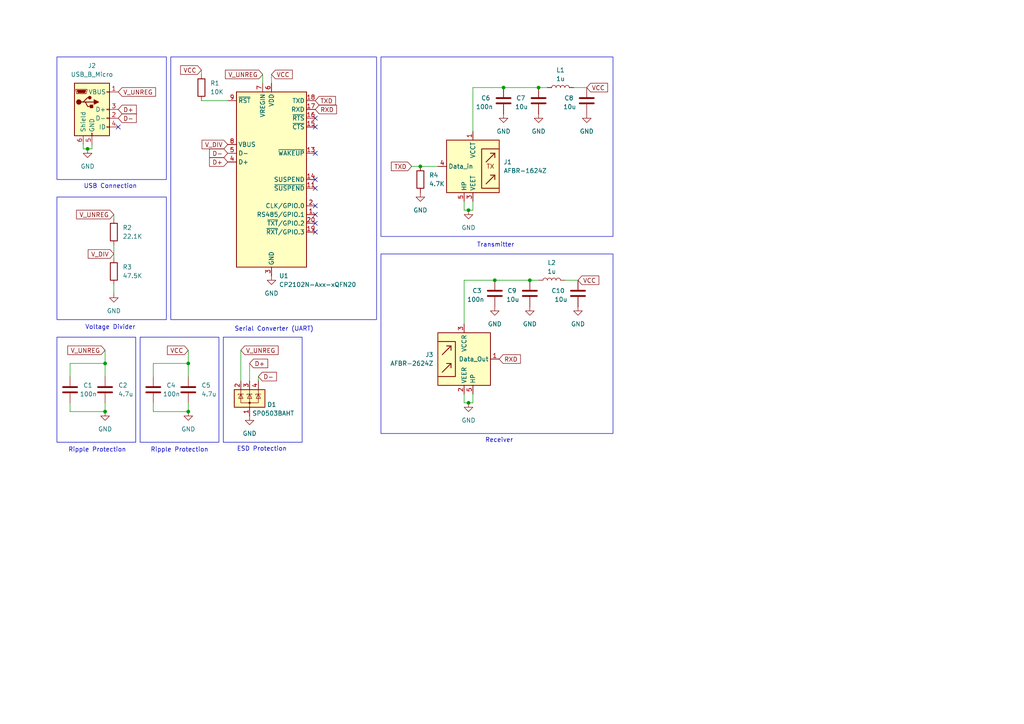
<source format=kicad_sch>
(kicad_sch (version 20250114) (generator "eeschema") (generator_version "9.0")
  (paper "A4")
  (lib_symbols
    (symbol "Connector:USB_B_Micro" (pin_names (offset 1.016))
      (property "Reference" "J" (at -5.08 11.43 0))
      (property "Value" "USB_B_Micro" (at -5.08 8.89 0))
      (symbol "USB_B_Micro_0_1"
        (rectangle (start -5.08 -7.62) (end 5.08 7.62) (stroke (width 0.254)) (fill (type background)))
        (polyline (pts (xy -4.699 5.842) (xy -4.699 5.588) (xy -4.445 4.826) (xy -4.445 4.572) (xy -1.651 4.572) (xy -1.651 4.826) (xy -1.397 5.588) (xy -1.397 5.842) (xy -4.699 5.842)))
        (polyline (pts (xy -4.318 5.588) (xy -1.778 5.588) (xy -2.032 4.826) (xy -4.064 4.826) (xy -4.318 5.588)) (fill (type outline)))
        (circle (center -3.81 2.159) (radius 0.635) (stroke (width 0.254)) (fill (type outline)))
        (polyline (pts (xy -3.175 2.159) (xy -2.54 2.159) (xy -1.27 3.429) (xy -0.635 3.429)) (stroke (width 0.254)))
        (polyline (pts (xy -2.54 2.159) (xy -1.905 2.159) (xy -1.27 0.889) (xy 0 0.889)) (stroke (width 0.254)))
        (polyline (pts (xy -1.905 2.159) (xy 0.635 2.159)) (stroke (width 0.254)))
        (circle (center -0.635 3.429) (radius 0.381) (stroke (width 0.254)) (fill (type outline)))
        (rectangle (start -0.127 -7.62) (end 0.127 -6.858))
        (rectangle (start 0.254 1.27) (end -0.508 0.508) (stroke (width 0.254)) (fill (type outline)))
        (polyline (pts (xy 0.635 2.794) (xy 0.635 1.524) (xy 1.905 2.159) (xy 0.635 2.794)) (stroke (width 0.254)) (fill (type outline)))
        (rectangle (start 5.08 4.953) (end 4.318 5.207))
        (rectangle (start 5.08 -0.127) (end 4.318 0.127))
        (rectangle (start 5.08 -2.667) (end 4.318 -2.413))
        (rectangle (start 5.08 -5.207) (end 4.318 -4.953))
      )
      (symbol "USB_B_Micro_1_1"
        (pin passive line (at -2.54 -10.16 90) (length 2.54) (name "Shield") (number "6"))
        (pin power_out line (at 0 -10.16 90) (length 2.54) (name "GND") (number "5"))
        (pin power_out line (at 7.62 5.08 180) (length 2.54) (name "VBUS") (number "1"))
        (pin bidirectional line (at 7.62 0 180) (length 2.54) (name "D+") (number "3"))
        (pin bidirectional line (at 7.62 -2.54 180) (length 2.54) (name "D-") (number "2"))
        (pin passive line (at 7.62 -5.08 180) (length 2.54) (name "ID") (number "4"))
      )
    )
    (symbol "Device:C" (pin_numbers (hide yes)) (pin_names (offset 0.254))
      (property "Reference" "C" (at 0.635 2.54 0))
      (property "Value" "C" (at 0.635 -2.54 0))
      (symbol "C_0_1"
        (polyline (pts (xy -2.032 0.762) (xy 2.032 0.762)) (stroke (width 0.508)))
        (polyline (pts (xy -2.032 -0.762) (xy 2.032 -0.762)) (stroke (width 0.508)))
      )
      (symbol "C_1_1"
        (pin passive line (at 0 3.81 270) (length 2.794) (name "~") (number "1"))
        (pin passive line (at 0 -3.81 90) (length 2.794) (name "~") (number "2"))
      )
    )
    (symbol "Device:L" (pin_numbers (hide yes)) (pin_names (offset 1.016) (hide yes))
      (property "Reference" "L" (at -1.27 0 90))
      (property "Value" "L" (at 1.905 0 90))
      (symbol "L_0_1"
        (arc (start 0 2.54) (mid 0.6323 1.905) (end 0 1.27))
        (arc (start 0 1.27) (mid 0.6323 0.635) (end 0 0))
        (arc (start 0 0) (mid 0.6323 -0.635) (end 0 -1.27))
        (arc (start 0 -1.27) (mid 0.6323 -1.905) (end 0 -2.54))
      )
      (symbol "L_1_1"
        (pin passive line (at 0 3.81 270) (length 1.27) (name "1") (number "1"))
        (pin passive line (at 0 -3.81 90) (length 1.27) (name "2") (number "2"))
      )
    )
    (symbol "Device:R" (pin_numbers (hide yes)) (pin_names (offset 0))
      (property "Reference" "R" (at 2.032 0 90))
      (property "Value" "R" (at 0 0 90))
      (symbol "R_0_1"
        (rectangle (start -1.016 -2.54) (end 1.016 2.54) (stroke (width 0.254)))
      )
      (symbol "R_1_1"
        (pin passive line (at 0 3.81 270) (length 1.27) (name "~") (number "1"))
        (pin passive line (at 0 -3.81 90) (length 1.27) (name "~") (number "2"))
      )
    )
    (symbol "Fiber_Optic:AFBR-1624Z"
      (property "Reference" "J" (at -7.62 8.89 0))
      (property "Value" "AFBR-1624Z" (at 1.27 8.89 0))
      (symbol "AFBR-1624Z_0_0"
        (text "TX" (at 5.08 0 0) (effects (font (size 1.27 1.27))))
      )
      (symbol "AFBR-1624Z_0_1"
        (rectangle (start -7.62 7.62) (end 7.62 -7.62) (stroke (width 0.254)) (fill (type background)))
        (polyline (pts (xy 6.35 3.81) (xy 3.81 1.27)) (stroke (width 0.254)))
        (polyline (pts (xy 6.35 3.81) (xy 5.08 3.81)) (stroke (width 0.254)))
        (polyline (pts (xy 6.35 3.81) (xy 6.35 2.54)) (stroke (width 0.254)))
        (polyline (pts (xy 6.35 -2.54) (xy 3.81 -5.08)) (stroke (width 0.254)))
        (polyline (pts (xy 6.35 -2.54) (xy 5.08 -2.54)) (stroke (width 0.254)))
        (polyline (pts (xy 6.35 -2.54) (xy 6.35 -3.81)) (stroke (width 0.254)))
        (polyline (pts (xy 7.62 5.08) (xy 2.54 5.08) (xy 2.54 -1.27) (xy 2.54 -6.35) (xy 7.62 -6.35)) (stroke (width 0.254)))
      )
      (symbol "AFBR-1624Z_1_1"
        (pin input line (at -10.16 0 0) (length 2.54) (name "Data_in") (number "4"))
        (pin no_connect line (at -7.62 5.08 0) (length 2.54) (hide yes) (name "NC") (number "2"))
        (pin passive line (at -2.54 -10.16 90) (length 2.54) (name "HP") (number "5"))
        (pin passive line (at -2.54 -10.16 90) (length 2.54) (hide yes) (name "HP") (number "8"))
        (pin power_in line (at 0 10.16 270) (length 2.54) (name "VCCT") (number "1"))
        (pin power_in line (at 0 -10.16 90) (length 2.54) (name "VEET") (number "3"))
      )
    )
    (symbol "Fiber_Optic:AFBR-2624Z"
      (property "Reference" "J" (at -6.35 8.89 0))
      (property "Value" "AFBR-2624Z" (at 1.27 8.89 0))
      (symbol "AFBR-2624Z_0_1"
        (rectangle (start -7.62 7.62) (end 7.62 -7.62) (stroke (width 0.254)) (fill (type background)))
        (polyline (pts (xy -7.62 5.08) (xy -2.54 5.08) (xy -2.54 -5.08) (xy -7.62 -5.08)) (stroke (width 0.254)))
        (polyline (pts (xy -3.81 3.81) (xy -6.35 1.27)) (stroke (width 0.254)))
        (polyline (pts (xy -3.81 3.81) (xy -5.08 3.81)) (stroke (width 0.254)))
        (polyline (pts (xy -3.81 3.81) (xy -3.81 2.54)) (stroke (width 0.254)))
        (polyline (pts (xy -3.81 -1.27) (xy -6.35 -3.81)) (stroke (width 0.254)))
        (polyline (pts (xy -3.81 -1.27) (xy -5.08 -1.27)) (stroke (width 0.254)))
        (polyline (pts (xy -3.81 -1.27) (xy -3.81 -2.54)) (stroke (width 0.254)))
      )
      (symbol "AFBR-2624Z_1_1"
        (pin power_in line (at 0 10.16 270) (length 2.54) (name "VCCR") (number "3"))
        (pin power_in line (at 0 -10.16 90) (length 2.54) (name "VEER") (number "2"))
        (pin passive line (at 2.54 -10.16 90) (length 2.54) (name "HP") (number "5"))
        (pin passive line (at 2.54 -10.16 90) (length 2.54) (hide yes) (name "HP") (number "8"))
        (pin no_connect line (at 7.62 5.08 180) (length 2.54) (hide yes) (name "NC") (number "4"))
        (pin output line (at 10.16 0 180) (length 2.54) (name "Data_Out") (number "1"))
      )
    )
    (symbol "Interface_USB:CP2102N-Axx-xQFN20"
      (property "Reference" "U" (at -8.89 26.67 0))
      (property "Value" "CP2102N-Axx-xQFN20" (at 12.7 26.67 0))
      (symbol "CP2102N-Axx-xQFN20_0_1"
        (rectangle (start -10.16 25.4) (end 10.16 -25.4) (stroke (width 0.254)) (fill (type background)))
      )
      (symbol "CP2102N-Axx-xQFN20_1_1"
        (pin input line (at -12.7 22.86 0) (length 2.54) (name "~{RST}") (number "9"))
        (pin input line (at -12.7 10.16 0) (length 2.54) (name "VBUS") (number "8"))
        (pin bidirectional line (at -12.7 7.62 0) (length 2.54) (name "D-") (number "5"))
        (pin bidirectional line (at -12.7 5.08 0) (length 2.54) (name "D+") (number "4"))
        (pin no_connect line (at -10.16 -22.86 0) (length 2.54) (hide yes) (name "NC") (number "10"))
        (pin power_in line (at -2.54 27.94 270) (length 2.54) (name "VREGIN") (number "7"))
        (pin power_in line (at 0 27.94 270) (length 2.54) (name "VDD") (number "6"))
        (pin passive line (at 0 -27.94 90) (length 2.54) (hide yes) (name "GND") (number "12"))
        (pin passive line (at 0 -27.94 90) (length 2.54) (hide yes) (name "GND") (number "21"))
        (pin power_in line (at 0 -27.94 90) (length 2.54) (name "GND") (number "3"))
        (pin output line (at 12.7 22.86 180) (length 2.54) (name "TXD") (number "18"))
        (pin input line (at 12.7 20.32 180) (length 2.54) (name "RXD") (number "17"))
        (pin output line (at 12.7 17.78 180) (length 2.54) (name "~{RTS}") (number "16"))
        (pin input line (at 12.7 15.24 180) (length 2.54) (name "~{CTS}") (number "15"))
        (pin input line (at 12.7 7.62 180) (length 2.54) (name "~{WAKEUP}") (number "13"))
        (pin output line (at 12.7 0 180) (length 2.54) (name "SUSPEND") (number "14"))
        (pin output line (at 12.7 -2.54 180) (length 2.54) (name "~{SUSPEND}") (number "11"))
        (pin bidirectional line (at 12.7 -7.62 180) (length 2.54) (name "CLK/GPIO.0") (number "2"))
        (pin bidirectional line (at 12.7 -10.16 180) (length 2.54) (name "RS485/GPIO.1") (number "1"))
        (pin bidirectional line (at 12.7 -12.7 180) (length 2.54) (name "~{TXT}/GPIO.2") (number "20"))
        (pin bidirectional line (at 12.7 -15.24 180) (length 2.54) (name "~{RXT}/GPIO.3") (number "19"))
      )
    )
    (symbol "Power_Protection:SP0503BAHT" (pin_names (hide yes))
      (property "Reference" "D" (at 5.715 2.54 0))
      (property "Value" "SP0503BAHT" (at 5.715 0.635 0))
      (symbol "SP0503BAHT_0_0"
        (pin passive line (at 0 -5.08 90) (length 2.54) (name "A") (number "1"))
      )
      (symbol "SP0503BAHT_0_1"
        (rectangle (start -4.445 2.54) (end 4.445 -2.54) (stroke (width 0.254)) (fill (type background)))
        (polyline (pts (xy -3.302 1.016) (xy -3.302 1.27) (xy -1.905 1.27) (xy -1.778 1.27)))
        (polyline (pts (xy -2.54 2.54) (xy -2.54 1.27)))
        (polyline (pts (xy -2.54 1.27) (xy -2.54 -1.27) (xy 2.54 -1.27) (xy 2.54 1.27)))
        (polyline (pts (xy -2.54 1.27) (xy -1.905 0) (xy -3.175 0) (xy -2.54 1.27)))
        (polyline (pts (xy 0 2.54) (xy 0 1.27)))
        (polyline (pts (xy 0 -1.27) (xy 0 1.27)))
        (polyline (pts (xy 0 -1.27) (xy 0 -2.54)))
        (circle (center 0 -1.27) (radius 0.254) (fill (type outline)))
        (polyline (pts (xy 0.635 1.27) (xy 0.762 1.27)))
        (polyline (pts (xy 0.635 1.27) (xy -0.762 1.27) (xy -0.762 1.016)))
        (polyline (pts (xy 0.635 0) (xy -0.635 0) (xy 0 1.27) (xy 0.635 0)))
        (polyline (pts (xy 1.778 1.016) (xy 1.778 1.27) (xy 3.175 1.27) (xy 3.302 1.27)))
        (polyline (pts (xy 2.54 2.54) (xy 2.54 1.27)))
        (polyline (pts (xy 2.54 1.27) (xy 1.905 0) (xy 3.175 0) (xy 2.54 1.27)))
      )
      (symbol "SP0503BAHT_1_1"
        (pin passive line (at -2.54 5.08 270) (length 2.54) (name "K") (number "2"))
        (pin passive line (at 0 5.08 270) (length 2.54) (name "K") (number "3"))
        (pin passive line (at 2.54 5.08 270) (length 2.54) (name "K") (number "4"))
      )
    )
    (symbol "power:GND" (power) (pin_numbers (hide yes)) (pin_names (offset 0) (hide yes))
      (property "Value" "GND" (at 0 -3.81 0))
      (symbol "GND_0_1"
        (polyline (pts (xy 0 0) (xy 0 -1.27) (xy 1.27 -1.27) (xy 0 -2.54) (xy -1.27 -1.27) (xy 0 -1.27)))
      )
      (symbol "GND_1_1"
        (pin power_in line (at 0 0 270) (length 0) (name "~") (number "1"))
      )
    )
  )
  (rectangle (start 110.49 16.51) (end 177.8 68.58))
  (rectangle (start 64.77 97.79) (end 87.63 128.27))
  (rectangle (start 110.49 73.66) (end 177.8 125.73))
  (rectangle (start 16.51 16.51) (end 48.26 52.07))
  (rectangle (start 16.51 97.79) (end 39.37 128.27))
  (rectangle (start 16.51 57.15) (end 48.26 92.71))
  (rectangle (start 49.53 16.51) (end 109.22 92.71))
  (rectangle (start 40.64 97.79) (end 63.5 128.27))
  (text "Serial Converter (UART)" (at 79.502 95.504 0) (effects (font (size 1.27 1.27))))
  (text "Voltage Divider\n" (at 32.004 94.996 0) (effects (font (size 1.27 1.27))))
  (text "Ripple Protection" (at 28.194 130.556 0) (effects (font (size 1.27 1.27))))
  (text "USB Connection\n" (at 32.004 54.102 0) (effects (font (size 1.27 1.27))))
  (text "Transmitter\n" (at 143.764 71.12 0) (effects (font (size 1.27 1.27))))
  (text "ESD Protection" (at 75.946 130.302 0) (effects (font (size 1.27 1.27))))
  (text "Ripple Protection" (at 52.07 130.556 0) (effects (font (size 1.27 1.27))))
  (text "Receiver" (at 144.78 127.762 0) (effects (font (size 1.27 1.27))))
  (junction (at 156.21 25.4))
  (junction (at 135.89 60.96))
  (junction (at 25.4 43.18))
  (junction (at 121.92 48.26))
  (junction (at 135.89 116.84))
  (junction (at 30.48 105.41))
  (junction (at 54.61 105.41))
  (junction (at 30.48 119.38))
  (junction (at 54.61 119.38))
  (junction (at 146.05 25.4))
  (junction (at 153.67 81.28))
  (junction (at 143.51 81.28))
  (no_connect (at 91.44 34.29))
  (no_connect (at 91.44 54.61))
  (no_connect (at 91.44 44.45))
  (no_connect (at 91.44 62.23))
  (no_connect (at 34.29 36.83))
  (no_connect (at 91.44 59.69))
  (no_connect (at 91.44 52.07))
  (no_connect (at 91.44 64.77))
  (no_connect (at 91.44 36.83))
  (no_connect (at 91.44 67.31))
  (wire (pts (xy 135.89 116.84) (xy 137.16 116.84)))
  (wire (pts (xy 26.67 43.18) (xy 25.4 43.18)))
  (wire (pts (xy 72.39 105.41) (xy 72.39 110.49)))
  (wire (pts (xy 20.32 105.41) (xy 30.48 105.41)))
  (wire (pts (xy 163.83 81.28) (xy 167.64 81.28)))
  (wire (pts (xy 33.02 71.12) (xy 33.02 74.93)))
  (wire (pts (xy 20.32 116.84) (xy 20.32 119.38)))
  (wire (pts (xy 24.13 43.18) (xy 25.4 43.18)))
  (wire (pts (xy 44.45 116.84) (xy 44.45 119.38)))
  (wire (pts (xy 54.61 105.41) (xy 54.61 109.22)))
  (wire (pts (xy 137.16 60.96) (xy 137.16 58.42)))
  (wire (pts (xy 33.02 62.23) (xy 33.02 63.5)))
  (wire (pts (xy 30.48 116.84) (xy 30.48 119.38)))
  (wire (pts (xy 33.02 82.55) (xy 33.02 85.09)))
  (wire (pts (xy 58.42 20.32) (xy 58.42 21.59)))
  (wire (pts (xy 166.37 25.4) (xy 170.18 25.4)))
  (wire (pts (xy 58.42 29.21) (xy 66.04 29.21)))
  (wire (pts (xy 134.62 58.42) (xy 134.62 60.96)))
  (wire (pts (xy 74.93 109.22) (xy 74.93 110.49)))
  (wire (pts (xy 134.62 114.3) (xy 134.62 116.84)))
  (wire (pts (xy 20.32 109.22) (xy 20.32 105.41)))
  (wire (pts (xy 137.16 116.84) (xy 137.16 114.3)))
  (wire (pts (xy 146.05 25.4) (xy 156.21 25.4)))
  (wire (pts (xy 44.45 119.38) (xy 54.61 119.38)))
  (wire (pts (xy 135.89 60.96) (xy 137.16 60.96)))
  (wire (pts (xy 121.92 48.26) (xy 127 48.26)))
  (wire (pts (xy 153.67 81.28) (xy 156.21 81.28)))
  (wire (pts (xy 30.48 105.41) (xy 30.48 109.22)))
  (wire (pts (xy 76.2 21.59) (xy 76.2 24.13)))
  (wire (pts (xy 119.38 48.26) (xy 121.92 48.26)))
  (wire (pts (xy 44.45 109.22) (xy 44.45 105.41)))
  (wire (pts (xy 54.61 101.6) (xy 54.61 105.41)))
  (wire (pts (xy 134.62 81.28) (xy 143.51 81.28)))
  (wire (pts (xy 54.61 116.84) (xy 54.61 119.38)))
  (wire (pts (xy 143.51 81.28) (xy 153.67 81.28)))
  (wire (pts (xy 78.74 21.59) (xy 78.74 24.13)))
  (wire (pts (xy 69.85 101.6) (xy 69.85 110.49)))
  (wire (pts (xy 26.67 41.91) (xy 26.67 43.18)))
  (wire (pts (xy 20.32 119.38) (xy 30.48 119.38)))
  (wire (pts (xy 44.45 105.41) (xy 54.61 105.41)))
  (wire (pts (xy 137.16 25.4) (xy 146.05 25.4)))
  (wire (pts (xy 156.21 25.4) (xy 158.75 25.4)))
  (wire (pts (xy 134.62 81.28) (xy 134.62 93.98)))
  (wire (pts (xy 24.13 41.91) (xy 24.13 43.18)))
  (wire (pts (xy 134.62 116.84) (xy 135.89 116.84)))
  (wire (pts (xy 30.48 101.6) (xy 30.48 105.41)))
  (wire (pts (xy 134.62 60.96) (xy 135.89 60.96)))
  (wire (pts (xy 137.16 25.4) (xy 137.16 38.1)))
  (global_label "D-" (shape input) (at 66.04 44.45 180) (property "Intersheetrefs" "${INTERSHEET_REFS}" (effects (hide yes))))
  (global_label "VCC" (shape input) (at 167.64 81.28 0) (property "Intersheetrefs" "${INTERSHEET_REFS}" (effects (hide yes))))
  (global_label "RXD" (shape input) (at 144.78 104.14 0) (property "Intersheetrefs" "${INTERSHEET_REFS}" (effects (hide yes))))
  (global_label "VCC" (shape input) (at 78.74 21.59 0) (property "Intersheetrefs" "${INTERSHEET_REFS}" (effects (hide yes))))
  (global_label "VCC" (shape input) (at 58.42 20.32 180) (property "Intersheetrefs" "${INTERSHEET_REFS}" (effects (hide yes))))
  (global_label "D+" (shape input) (at 34.29 31.75 0) (property "Intersheetrefs" "${INTERSHEET_REFS}" (effects (hide yes))))
  (global_label "V_DIV" (shape input) (at 33.02 73.66 180) (property "Intersheetrefs" "${INTERSHEET_REFS}" (effects (hide yes))))
  (global_label "D-" (shape input) (at 34.29 34.29 0) (property "Intersheetrefs" "${INTERSHEET_REFS}" (effects (hide yes))))
  (global_label "D+" (shape input) (at 66.04 46.99 180) (property "Intersheetrefs" "${INTERSHEET_REFS}" (effects (hide yes))))
  (global_label "V_UNREG" (shape input) (at 76.2 21.59 180) (property "Intersheetrefs" "${INTERSHEET_REFS}" (effects (hide yes))))
  (global_label "V_DIV" (shape input) (at 66.04 41.91 180) (property "Intersheetrefs" "${INTERSHEET_REFS}" (effects (hide yes))))
  (global_label "RXD" (shape input) (at 91.44 31.75 0) (property "Intersheetrefs" "${INTERSHEET_REFS}" (effects (hide yes))))
  (global_label "V_UNREG" (shape input) (at 69.85 101.6 0) (property "Intersheetrefs" "${INTERSHEET_REFS}" (effects (hide yes))))
  (global_label "V_UNREG" (shape input) (at 33.02 62.23 180) (property "Intersheetrefs" "${INTERSHEET_REFS}" (effects (hide yes))))
  (global_label "VCC" (shape input) (at 170.18 25.4 0) (property "Intersheetrefs" "${INTERSHEET_REFS}" (effects (hide yes))))
  (global_label "D-" (shape input) (at 74.93 109.22 0) (property "Intersheetrefs" "${INTERSHEET_REFS}" (effects (hide yes))))
  (global_label "V_UNREG" (shape input) (at 34.29 26.67 0) (property "Intersheetrefs" "${INTERSHEET_REFS}" (effects (hide yes))))
  (global_label "TXD" (shape input) (at 119.38 48.26 180) (property "Intersheetrefs" "${INTERSHEET_REFS}" (effects (hide yes))))
  (global_label "TXD" (shape input) (at 91.44 29.21 0) (property "Intersheetrefs" "${INTERSHEET_REFS}" (effects (hide yes))))
  (global_label "VCC" (shape input) (at 54.61 101.6 180) (property "Intersheetrefs" "${INTERSHEET_REFS}" (effects (hide yes))))
  (global_label "D+" (shape input) (at 72.39 105.41 0) (property "Intersheetrefs" "${INTERSHEET_REFS}" (effects (hide yes))))
  (global_label "V_UNREG" (shape input) (at 30.48 101.6 180) (property "Intersheetrefs" "${INTERSHEET_REFS}" (effects (hide yes))))
  (symbol (lib_id "power:GND") (at 153.67 88.9 0) (unit 1)
    (property "Reference" "#PWR014" (effects (hide yes)))
    (property "Value" "GND" (at 153.67 93.98 0))
    (property "Description" "Power symbol creates a global label with name \"GND\" , ground" (effects (hide yes)))
  )
  (symbol (lib_id "Device:C") (at 54.61 113.03 0) (unit 1)
    (property "Reference" "C5" (at 58.42 111.7599 0) (effects (justify left)))
    (property "Value" "4.7u" (at 58.42 114.2999 0) (effects (justify left)))
    (property "Footprint" "Capacitor_SMD:C_0603_1608Metric" (effects (hide yes)))
    (property "Description" "Unpolarized capacitor" (effects (hide yes)))
  )
  (symbol (lib_id "Connector:USB_B_Micro") (at 26.67 31.75 0) (unit 1)
    (property "Reference" "J2" (at 26.67 19.05 0))
    (property "Value" "USB_B_Micro" (at 26.67 21.59 0))
    (property "Footprint" "Connector_USB:USB_Micro-B_Amphenol_10103594-0001LF_Horizontal" (effects (hide yes)))
    (property "Description" "USB Micro Type B connector" (effects (hide yes)))
  )
  (symbol (lib_id "Device:C") (at 146.05 29.21 180) (unit 1)
    (property "Reference" "C6" (at 142.24 28.4479 0) (effects (justify left)))
    (property "Value" "100n" (at 143.002 30.988 0) (effects (justify left)))
    (property "Footprint" "Capacitor_SMD:C_0603_1608Metric" (effects (hide yes)))
    (property "Description" "Unpolarized capacitor" (effects (hide yes)))
  )
  (symbol (lib_id "power:GND") (at 121.92 55.88 0) (unit 1)
    (property "Reference" "#PWR011" (effects (hide yes)))
    (property "Value" "GND" (at 121.92 60.96 0))
    (property "Description" "Power symbol creates a global label with name \"GND\" , ground" (effects (hide yes)))
  )
  (symbol (lib_id "Device:L") (at 160.02 81.28 90) (unit 1)
    (property "Reference" "L2" (at 160.02 76.2 90))
    (property "Value" "1u" (at 160.02 78.74 90))
    (property "Footprint" "Inductor_SMD:L_0603_1608Metric" (effects (hide yes)))
    (property "Description" "Inductor" (effects (hide yes)))
  )
  (symbol (lib_id "Device:L") (at 162.56 25.4 90) (unit 1)
    (property "Reference" "L1" (at 162.56 20.32 90))
    (property "Value" "1u" (at 162.56 22.86 90))
    (property "Footprint" "Inductor_SMD:L_0603_1608Metric" (effects (hide yes)))
    (property "Description" "Inductor" (effects (hide yes)))
  )
  (symbol (lib_id "Device:C") (at 30.48 113.03 0) (unit 1)
    (property "Reference" "C2" (at 34.29 111.7599 0) (effects (justify left)))
    (property "Value" "4.7u" (at 34.29 114.2999 0) (effects (justify left)))
    (property "Footprint" "Capacitor_SMD:C_0603_1608Metric" (effects (hide yes)))
    (property "Description" "Unpolarized capacitor" (effects (hide yes)))
  )
  (symbol (lib_id "power:GND") (at 25.4 43.18 0) (unit 1)
    (property "Reference" "#PWR01" (effects (hide yes)))
    (property "Value" "GND" (at 25.4 48.26 0))
    (property "Description" "Power symbol creates a global label with name \"GND\" , ground" (effects (hide yes)))
  )
  (symbol (lib_id "Interface_USB:CP2102N-Axx-xQFN20") (at 78.74 52.07 0) (unit 1)
    (property "Reference" "U1" (at 80.9341 80.01 0) (effects (justify left)))
    (property "Value" "CP2102N-Axx-xQFN20" (at 80.9341 82.55 0) (effects (justify left)))
    (property "Footprint" "Package_DFN_QFN:SiliconLabs_QFN-20-1EP_3x3mm_P0.5mm_EP1.8x1.8mm" (effects (hide yes)))
    (property "Datasheet" "https://www.silabs.com/documents/public/data-sheets/cp2102n-datasheet.pdf" (effects (hide yes)))
    (property "Description" "USB to UART master bridge, QFN-20" (effects (hide yes)))
  )
  (symbol (lib_id "Device:C") (at 44.45 113.03 0) (unit 1)
    (property "Reference" "C4" (at 48.26 111.7599 0) (effects (justify left)))
    (property "Value" "100n" (at 47.244 114.3 0) (effects (justify left)))
    (property "Footprint" "Capacitor_SMD:C_0603_1608Metric" (effects (hide yes)))
    (property "Description" "Unpolarized capacitor" (effects (hide yes)))
  )
  (symbol (lib_id "power:GND") (at 30.48 119.38 0) (unit 1)
    (property "Reference" "#PWR04" (effects (hide yes)))
    (property "Value" "GND" (at 30.48 124.46 0))
    (property "Description" "Power symbol creates a global label with name \"GND\" , ground" (effects (hide yes)))
  )
  (symbol (lib_id "power:GND") (at 167.64 88.9 0) (unit 1)
    (property "Reference" "#PWR015" (effects (hide yes)))
    (property "Value" "GND" (at 167.64 93.98 0))
    (property "Description" "Power symbol creates a global label with name \"GND\" , ground" (effects (hide yes)))
  )
  (symbol (lib_id "power:GND") (at 54.61 119.38 0) (unit 1)
    (property "Reference" "#PWR05" (effects (hide yes)))
    (property "Value" "GND" (at 54.61 124.46 0))
    (property "Description" "Power symbol creates a global label with name \"GND\" , ground" (effects (hide yes)))
  )
  (symbol (lib_id "power:GND") (at 146.05 33.02 0) (unit 1)
    (property "Reference" "#PWR010" (effects (hide yes)))
    (property "Value" "GND" (at 146.05 38.1 0))
    (property "Description" "Power symbol creates a global label with name \"GND\" , ground" (effects (hide yes)))
  )
  (symbol (lib_id "Device:C") (at 170.18 29.21 180) (unit 1)
    (property "Reference" "C8" (at 166.37 28.4479 0) (effects (justify left)))
    (property "Value" "10u" (at 167.132 30.988 0) (effects (justify left)))
    (property "Footprint" "Capacitor_SMD:C_0603_1608Metric" (effects (hide yes)))
    (property "Description" "Unpolarized capacitor" (effects (hide yes)))
  )
  (symbol (lib_id "Device:R") (at 33.02 67.31 0) (unit 1)
    (property "Reference" "R2" (at 35.56 66.0399 0) (effects (justify left)))
    (property "Value" "22.1K" (at 35.56 68.5799 0) (effects (justify left)))
    (property "Footprint" "Resistor_SMD:R_0603_1608Metric" (effects (hide yes)))
    (property "Description" "Resistor" (effects (hide yes)))
  )
  (symbol (lib_id "Power_Protection:SP0503BAHT") (at 72.39 115.57 0) (unit 1)
    (property "Reference" "D1" (at 77.47 117.348 0) (effects (justify left)))
    (property "Value" "SP0503BAHT" (at 73.152 119.888 0) (effects (justify left)))
    (property "Footprint" "Package_TO_SOT_SMD:SOT-143" (effects (hide yes)))
    (property "Datasheet" "http://www.littelfuse.com/~/media/files/littelfuse/technical%20resources/documents/data%20sheets/sp05xxba.pdf" (effects (hide yes)))
    (property "Description" "TVS Diode Array, 5.5V Standoff, 3 Channels, SOT-143 package" (effects (hide yes)))
  )
  (symbol (lib_id "power:GND") (at 33.02 85.09 0) (unit 1)
    (property "Reference" "#PWR03" (effects (hide yes)))
    (property "Value" "GND" (at 33.02 90.17 0))
    (property "Description" "Power symbol creates a global label with name \"GND\" , ground" (effects (hide yes)))
  )
  (symbol (lib_id "Fiber_Optic:AFBR-1624Z") (at 137.16 48.26 0) (unit 1)
    (property "Reference" "J1" (at 146.05 46.9899 0) (effects (justify left)))
    (property "Value" "AFBR-1624Z" (at 146.05 49.5299 0) (effects (justify left)))
    (property "Footprint" "OptoDevice:Broadcom_AFBR-16xxZ_Horizontal" (effects (hide yes)))
    (property "Datasheet" "https://docs.broadcom.com/docs/AV02-4369EN" (effects (hide yes)))
    (property "Description" "Versatile Link Fiber Optic Transmitter" (effects (hide yes)))
  )
  (symbol (lib_id "power:GND") (at 170.18 33.02 0) (unit 1)
    (property "Reference" "#PWR013" (effects (hide yes)))
    (property "Value" "GND" (at 170.18 38.1 0))
    (property "Description" "Power symbol creates a global label with name \"GND\" , ground" (effects (hide yes)))
  )
  (symbol (lib_id "power:GND") (at 143.51 88.9 0) (unit 1)
    (property "Reference" "#PWR09" (effects (hide yes)))
    (property "Value" "GND" (at 143.51 93.98 0))
    (property "Description" "Power symbol creates a global label with name \"GND\" , ground" (effects (hide yes)))
  )
  (symbol (lib_id "Device:R") (at 33.02 78.74 0) (unit 1)
    (property "Reference" "R3" (at 35.56 77.4699 0) (effects (justify left)))
    (property "Value" "47.5K" (at 35.56 80.0099 0) (effects (justify left)))
    (property "Footprint" "Resistor_SMD:R_0603_1608Metric" (effects (hide yes)))
    (property "Description" "Resistor" (effects (hide yes)))
  )
  (symbol (lib_id "power:GND") (at 135.89 116.84 0) (unit 1)
    (property "Reference" "#PWR07" (effects (hide yes)))
    (property "Value" "GND" (at 135.89 121.92 0))
    (property "Description" "Power symbol creates a global label with name \"GND\" , ground" (effects (hide yes)))
  )
  (symbol (lib_id "Fiber_Optic:AFBR-2624Z") (at 134.62 104.14 0) (unit 1)
    (property "Reference" "J3" (at 125.73 102.8699 0) (effects (justify right)))
    (property "Value" "AFBR-2624Z" (at 125.73 105.4099 0) (effects (justify right)))
    (property "Footprint" "OptoDevice:Broadcom_AFBR-16xxZ_Horizontal" (effects (hide yes)))
    (property "Datasheet" "https://docs.broadcom.com/docs/AV02-4369EN" (effects (hide yes)))
    (property "Description" "Versatile Link Fiber Optic Receiver" (effects (hide yes)))
  )
  (symbol (lib_id "Device:C") (at 143.51 85.09 180) (unit 1)
    (property "Reference" "C3" (at 139.7 84.3279 0) (effects (justify left)))
    (property "Value" "100n" (at 140.462 86.868 0) (effects (justify left)))
    (property "Footprint" "Capacitor_SMD:C_0603_1608Metric" (effects (hide yes)))
    (property "Description" "Unpolarized capacitor" (effects (hide yes)))
  )
  (symbol (lib_id "Device:R") (at 121.92 52.07 0) (unit 1)
    (property "Reference" "R4" (at 124.46 50.7999 0) (effects (justify left)))
    (property "Value" "4.7K" (at 124.46 53.3399 0) (effects (justify left)))
    (property "Footprint" "Resistor_SMD:R_0603_1608Metric" (effects (hide yes)))
    (property "Description" "Resistor" (effects (hide yes)))
  )
  (symbol (lib_id "Device:R") (at 58.42 25.4 0) (unit 1)
    (property "Reference" "R1" (at 60.96 24.1299 0) (effects (justify left)))
    (property "Value" "10K" (at 60.96 26.6699 0) (effects (justify left)))
    (property "Footprint" "Resistor_SMD:R_0603_1608Metric" (effects (hide yes)))
    (property "Description" "Resistor" (effects (hide yes)))
  )
  (symbol (lib_id "power:GND") (at 72.39 120.65 0) (unit 1)
    (property "Reference" "#PWR06" (effects (hide yes)))
    (property "Value" "GND" (at 72.39 125.73 0))
    (property "Description" "Power symbol creates a global label with name \"GND\" , ground" (effects (hide yes)))
  )
  (symbol (lib_id "Device:C") (at 153.67 85.09 180) (unit 1)
    (property "Reference" "C9" (at 149.86 84.3279 0) (effects (justify left)))
    (property "Value" "10u" (at 150.622 86.868 0) (effects (justify left)))
    (property "Footprint" "Capacitor_SMD:C_0603_1608Metric" (effects (hide yes)))
    (property "Description" "Unpolarized capacitor" (effects (hide yes)))
  )
  (symbol (lib_id "power:GND") (at 78.74 80.01 0) (unit 1)
    (property "Reference" "#PWR02" (effects (hide yes)))
    (property "Value" "GND" (at 78.74 85.09 0))
    (property "Description" "Power symbol creates a global label with name \"GND\" , ground" (effects (hide yes)))
  )
  (symbol (lib_id "Device:C") (at 167.64 85.09 180) (unit 1)
    (property "Reference" "C10" (at 163.83 84.3279 0) (effects (justify left)))
    (property "Value" "10u" (at 164.592 86.868 0) (effects (justify left)))
    (property "Footprint" "Capacitor_SMD:C_0603_1608Metric" (effects (hide yes)))
    (property "Description" "Unpolarized capacitor" (effects (hide yes)))
  )
  (symbol (lib_id "Device:C") (at 20.32 113.03 0) (unit 1)
    (property "Reference" "C1" (at 24.13 111.7599 0) (effects (justify left)))
    (property "Value" "100n" (at 23.114 114.3 0) (effects (justify left)))
    (property "Footprint" "Capacitor_SMD:C_0603_1608Metric" (effects (hide yes)))
    (property "Description" "Unpolarized capacitor" (effects (hide yes)))
  )
  (symbol (lib_id "power:GND") (at 135.89 60.96 0) (unit 1)
    (property "Reference" "#PWR08" (effects (hide yes)))
    (property "Value" "GND" (at 135.89 66.04 0))
    (property "Description" "Power symbol creates a global label with name \"GND\" , ground" (effects (hide yes)))
  )
  (symbol (lib_id "power:GND") (at 156.21 33.02 0) (unit 1)
    (property "Reference" "#PWR012" (effects (hide yes)))
    (property "Value" "GND" (at 156.21 38.1 0))
    (property "Description" "Power symbol creates a global label with name \"GND\" , ground" (effects (hide yes)))
  )
  (symbol (lib_id "Device:C") (at 156.21 29.21 180) (unit 1)
    (property "Reference" "C7" (at 152.4 28.4479 0) (effects (justify left)))
    (property "Value" "10u" (at 153.162 30.988 0) (effects (justify left)))
    (property "Footprint" "Capacitor_SMD:C_0603_1608Metric" (effects (hide yes)))
    (property "Description" "Unpolarized capacitor" (effects (hide yes)))
  )
)
</source>
